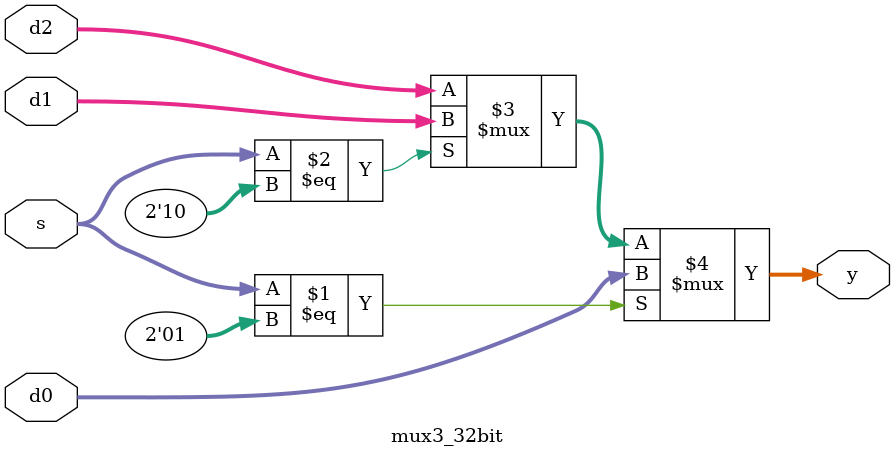
<source format=v>
module dff_r(clk, reset_n, d, q);
input clk, reset_n;
input d;
output reg q;
always @(posedge clk or negedge reset_n)
begin
if(reset_n==0) q <= 1'b0;
else q <= d;
end 
endmodule 
//flipflop module

module mux2(d0, d1, s, y); //1bit 2-to-1 Multiplexer
input d0, d1;
input s;
output y;

assign y =(s==1'b0)?d0:d1;
//instances of inverter and nand gate
endmodule 

module mux2_8bit(d0, d1, s, y);
//multiplexer module 
input [7:0] d0, d1;
input s;
output [7:0] y;

assign y[7:0] =(s==1'b0)?d0[7:0]:d1[7:0];

endmodule 

module mux2_32bit(d0, d1, s, y);
input [31:0] d0, d1;
input s;
output [31:0] y;

assign y[31:0] =(s==1'b0)?d0[31:0]:d1[31:0];

endmodule 

module mux3_32bit(d0, d1, d2, s, y);
input [31:0] d0, d1, d2;
input [1:0] s;
output [31:0] y;
wire [31:0] w0, w1;

assign y[31:0] =(s==2'b01)?d0[31:0]:((s==2'b10)?d1[31:0]:d2[31:0]);

endmodule 
</source>
